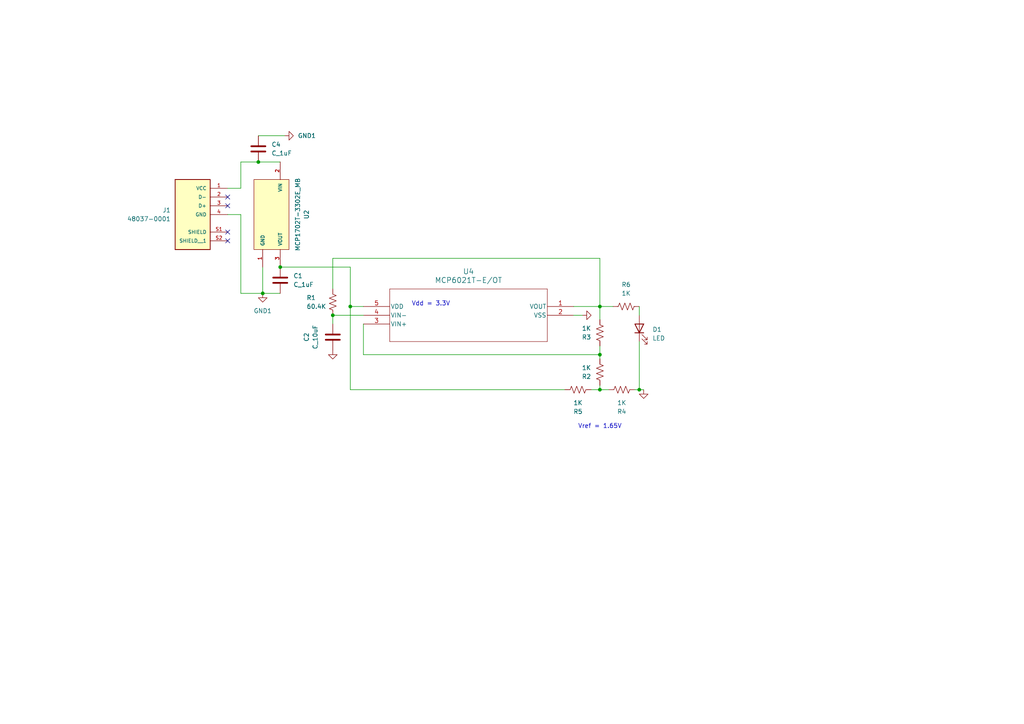
<source format=kicad_sch>
(kicad_sch (version 20230121) (generator eeschema)
  (paper "A4")
  (lib_symbols
    (symbol "Device:LED" (pin_numbers hide) (pin_names (offset 1.016) hide)
      (property "Reference" "D" (at 0 2.54 0))
      (property "Value" "LED" (at 0 -2.54 0))
      (symbol "LED_0_1"
        (polyline (pts (xy -1.27 -1.27) (xy -1.27 1.27)) (stroke (width 0.254)))
        (polyline (pts (xy -1.27 0) (xy 1.27 0)))
        (polyline (pts (xy 1.27 -1.27) (xy 1.27 1.27) (xy -1.27 0) (xy 1.27 -1.27)) (stroke (width 0.254)))
        (polyline (pts (xy -3.048 -0.762) (xy -4.572 -2.286) (xy -3.81 -2.286) (xy -4.572 -2.286) (xy -4.572 -1.524)))
        (polyline (pts (xy -1.778 -0.762) (xy -3.302 -2.286) (xy -2.54 -2.286) (xy -3.302 -2.286) (xy -3.302 -1.524)))
      )
      (symbol "LED_1_1"
        (pin passive line (at -3.81 0 0) (length 2.54) (name "K") (number "1"))
        (pin passive line (at 3.81 0 180) (length 2.54) (name "A") (number "2"))
      )
    )
    (symbol "Device:R_US" (pin_numbers hide) (pin_names (offset 0))
      (property "Reference" "R" (at 2.54 0 90))
      (property "Value" "R_US" (at -2.54 0 90))
      (symbol "R_US_0_1"
        (polyline (pts (xy 0 -2.286) (xy 0 -2.54)))
        (polyline (pts (xy 0 2.286) (xy 0 2.54)))
        (polyline (pts (xy 0 -0.762) (xy 1.016 -1.143) (xy 0 -1.524) (xy -1.016 -1.905) (xy 0 -2.286)))
        (polyline (pts (xy 0 0.762) (xy 1.016 0.381) (xy 0 0) (xy -1.016 -0.381) (xy 0 -0.762)))
        (polyline (pts (xy 0 2.286) (xy 1.016 1.905) (xy 0 1.524) (xy -1.016 1.143) (xy 0 0.762)))
      )
      (symbol "R_US_1_1"
        (pin passive line (at 0 3.81 270) (length 1.27) (name "~") (number "1"))
        (pin passive line (at 0 -3.81 90) (length 1.27) (name "~") (number "2"))
      )
    )
    (symbol "LDO_MCP1702T-3302E_MB:MCP1702T-3302E_MB" (pin_names (offset 1.016))
      (property "Reference" "U" (at -10.16 5.842 0))
      (property "Value" "MCP1702T-3302E_MB" (at -10.16 -7.62 0))
      (symbol "MCP1702T-3302E_MB_0_0"
        (rectangle (start -10.16 -5.08) (end 10.16 5.08) (stroke (width 0.1524)) (fill (type background)))
        (pin power_in line (at 15.24 -2.54 180) (length 5.08) (name "GND") (number "1"))
        (pin input line (at -15.24 2.54 0) (length 5.08) (name "VIN") (number "2"))
        (pin output line (at 15.24 2.54 180) (length 5.08) (name "VOUT") (number "3"))
      )
    )
    (symbol "formula:C_10uF" (pin_numbers hide) (pin_names (offset 0.254))
      (property "Reference" "C" (at 0.635 3.81 0))
      (property "Value" "C_10uF" (at 0.635 -1.27 0))
      (symbol "C_10uF_0_1"
        (polyline (pts (xy -2.032 0.508) (xy 2.032 0.508)) (stroke (width 0.508)))
        (polyline (pts (xy -2.032 2.032) (xy 2.032 2.032)) (stroke (width 0.508)))
      )
      (symbol "C_10uF_1_1"
        (pin passive line (at 0 5.08 270) (length 2.794) (name "~") (number "1"))
        (pin passive line (at 0 -2.54 90) (length 2.794) (name "~") (number "2"))
      )
    )
    (symbol "formula:C_1uF" (pin_numbers hide) (pin_names (offset 0.254))
      (property "Reference" "C" (at 0.635 3.81 0))
      (property "Value" "C_1uF" (at 0.635 -1.27 0))
      (symbol "C_1uF_0_1"
        (polyline (pts (xy -2.032 0.508) (xy 2.032 0.508)) (stroke (width 0.508)))
        (polyline (pts (xy -2.032 2.032) (xy 2.032 2.032)) (stroke (width 0.508)))
      )
      (symbol "C_1uF_1_1"
        (pin passive line (at 0 5.08 270) (length 2.794) (name "~") (number "1"))
        (pin passive line (at 0 -2.54 90) (length 2.794) (name "~") (number "2"))
      )
    )
    (symbol "opamp_2024-02-19_15-14-31:MCP6021T-E_OT" (pin_names (offset 0.254))
      (property "Reference" "U" (at 30.48 10.16 0))
      (property "Value" "MCP6021T-E/OT" (at 30.48 7.62 0))
      (symbol "MCP6021T-E_OT_0_1"
        (polyline (pts (xy 7.62 -10.16) (xy 53.34 -10.16)) (stroke (width 0.127)))
        (polyline (pts (xy 7.62 5.08) (xy 7.62 -10.16)) (stroke (width 0.127)))
        (polyline (pts (xy 53.34 -10.16) (xy 53.34 5.08)) (stroke (width 0.127)))
        (polyline (pts (xy 53.34 5.08) (xy 7.62 5.08)) (stroke (width 0.127)))
        (pin unspecified line (at 0 0 0) (length 7.62) (name "VOUT") (number "1"))
        (pin unspecified line (at 0 -2.54 0) (length 7.62) (name "VSS") (number "2"))
        (pin unspecified line (at 60.96 -5.08 180) (length 7.62) (name "VIN+") (number "3"))
        (pin unspecified line (at 60.96 -2.54 180) (length 7.62) (name "VIN-") (number "4"))
        (pin unspecified line (at 60.96 0 180) (length 7.62) (name "VDD") (number "5"))
      )
    )
    (symbol "power:GND1" (power) (pin_names (offset 0))
      (property "Value" "GND1" (at 0 -3.81 0))
      (symbol "GND1_0_1"
        (polyline (pts (xy 0 0) (xy 0 -1.27) (xy 1.27 -1.27) (xy 0 -2.54) (xy -1.27 -1.27) (xy 0 -1.27)))
      )
      (symbol "GND1_1_1"
        (pin power_in line (at 0 0 270) (length 0) hide (name "GND1") (number "1"))
      )
    )
    (symbol "usb_conn:48037-0001" (pin_names (offset 1.016))
      (property "Reference" "J" (at -5.08 8.89 0))
      (property "Value" "48037-0001" (at -5.08 -15.24 0))
      (symbol "48037-0001_0_0"
        (rectangle (start -5.08 -12.7) (end 5.08 7.62) (stroke (width 0.254)) (fill (type background)))
        (pin power_in line (at -10.16 5.08 0) (length 5.08) (name "VCC") (number "1"))
        (pin bidirectional line (at -10.16 2.54 0) (length 5.08) (name "D-") (number "2"))
        (pin bidirectional line (at -10.16 0 0) (length 5.08) (name "D+") (number "3"))
        (pin power_in line (at -10.16 -2.54 0) (length 5.08) (name "GND") (number "4"))
        (pin passive line (at -10.16 -7.62 0) (length 5.08) (name "SHIELD") (number "S1"))
        (pin passive line (at -10.16 -10.16 0) (length 5.08) (name "SHIELD__1") (number "S2"))
      )
    )
  )
  (junction (at 81.28 77.47))
  (junction (at 185.42 113.03))
  (junction (at 173.99 113.03))
  (junction (at 76.2 85.09))
  (junction (at 74.93 46.99))
  (junction (at 173.99 88.9))
  (junction (at 101.6 88.9))
  (junction (at 173.99 102.87))
  (junction (at 96.52 91.44))
  (no_connect (at 66.04 67.31))
  (no_connect (at 66.04 59.69))
  (no_connect (at 66.04 57.15))
  (no_connect (at 66.04 69.85))
  (wire (pts (xy 173.99 100.33) (xy 173.99 102.87)))
  (wire (pts (xy 173.99 88.9) (xy 177.8 88.9)))
  (wire (pts (xy 74.93 46.99) (xy 81.28 46.99)))
  (wire (pts (xy 74.93 39.37) (xy 82.55 39.37)))
  (wire (pts (xy 184.15 113.03) (xy 185.42 113.03)))
  (wire (pts (xy 96.52 91.44) (xy 96.52 93.98)))
  (wire (pts (xy 105.41 102.87) (xy 173.99 102.87)))
  (wire (pts (xy 173.99 88.9) (xy 173.99 92.71)))
  (wire (pts (xy 96.52 74.93) (xy 173.99 74.93)))
  (wire (pts (xy 173.99 113.03) (xy 171.45 113.03)))
  (wire (pts (xy 101.6 113.03) (xy 101.6 88.9)))
  (wire (pts (xy 176.53 113.03) (xy 173.99 113.03)))
  (wire (pts (xy 185.42 113.03) (xy 186.69 113.03)))
  (wire (pts (xy 173.99 74.93) (xy 173.99 88.9)))
  (wire (pts (xy 163.83 113.03) (xy 101.6 113.03)))
  (wire (pts (xy 81.28 77.47) (xy 101.6 77.47)))
  (wire (pts (xy 69.85 85.09) (xy 76.2 85.09)))
  (wire (pts (xy 66.04 62.23) (xy 69.85 62.23)))
  (wire (pts (xy 66.04 54.61) (xy 69.85 54.61)))
  (wire (pts (xy 101.6 88.9) (xy 105.41 88.9)))
  (wire (pts (xy 173.99 102.87) (xy 173.99 104.14)))
  (wire (pts (xy 166.37 91.44) (xy 168.91 91.44)))
  (wire (pts (xy 105.41 93.98) (xy 105.41 102.87)))
  (wire (pts (xy 101.6 77.47) (xy 101.6 88.9)))
  (wire (pts (xy 185.42 88.9) (xy 185.42 91.44)))
  (wire (pts (xy 166.37 88.9) (xy 173.99 88.9)))
  (wire (pts (xy 173.99 113.03) (xy 173.99 111.76)))
  (wire (pts (xy 96.52 74.93) (xy 96.52 83.82)))
  (wire (pts (xy 69.85 62.23) (xy 69.85 85.09)))
  (wire (pts (xy 69.85 54.61) (xy 69.85 46.99)))
  (wire (pts (xy 76.2 77.47) (xy 76.2 85.09)))
  (wire (pts (xy 185.42 99.06) (xy 185.42 113.03)))
  (wire (pts (xy 69.85 46.99) (xy 74.93 46.99)))
  (wire (pts (xy 76.2 85.09) (xy 81.28 85.09)))
  (wire (pts (xy 96.52 91.44) (xy 105.41 91.44)))
  (text "Vdd = 3.3V\n" (at 119.38 88.9 0) (effects (font (size 1.27 1.27)) (justify left bottom)))
  (text "Vref = 1.65V" (at 167.64 124.46 0) (effects (font (size 1.27 1.27)) (justify left bottom)))
  (symbol (lib_id "Device:R_US") (at 173.99 107.95 180) (unit 1)
    (property "Reference" "R2" (at 171.45 109.22 0) (effects (justify left)))
    (property "Value" "1K" (at 171.45 106.68 0) (effects (justify left)))
    (property "Footprint" "Resistor_SMD:R_0603_1608Metric" (effects hide))
  )
  (symbol (lib_id "Device:R_US") (at 167.64 113.03 90) (unit 1)
    (property "Reference" "R5" (at 167.64 119.38 90))
    (property "Value" "1K" (at 167.64 116.84 90))
    (property "Footprint" "Resistor_SMD:R_0603_1608Metric" (effects hide))
  )
  (symbol (lib_id "Device:R_US") (at 180.34 113.03 270) (unit 1)
    (property "Reference" "R4" (at 180.34 119.38 90))
    (property "Value" "1K" (at 180.34 116.84 90))
    (property "Footprint" "Resistor_SMD:R_0603_1608Metric" (effects hide))
  )
  (symbol (lib_id "Device:R_US") (at 96.52 87.63 0) (unit 1)
    (property "Reference" "R1" (at 88.9 86.36 0) (effects (justify left)))
    (property "Value" "60.4K" (at 88.9 88.9 0) (effects (justify left)))
    (property "Footprint" "Resistor_SMD:R_0603_1608Metric" (effects hide))
  )
  (symbol (lib_id "LDO_MCP1702T-3302E_MB:MCP1702T-3302E_MB") (at 78.74 62.23 270) (unit 1)
    (property "Reference" "U2" (at 88.9 62.23 0))
    (property "Value" "MCP1702T-3302E_MB" (at 86.36 62.23 0))
    (property "Footprint" "custom_library:MCP1702T" (effects hide))
    (property "PARTREV" "E" (effects hide))
    (property "STANDARD" "Manufacturer recommendations" (effects hide))
    (property "MAXIMUM_PACKAGE_HEIGHT" "1.6mm" (effects hide))
    (property "MANUFACTURER" "Microchip" (effects hide))
  )
  (symbol (lib_id "Device:LED") (at 185.42 95.25 90) (unit 1)
    (property "Reference" "D1" (at 189.23 95.5675 90) (effects (justify right)))
    (property "Value" "LED" (at 189.23 98.1075 90) (effects (justify right)))
    (property "Footprint" "LED_SMD:LED_0805_2012Metric" (effects hide))
  )
  (symbol (lib_id "power:GND1") (at 186.69 113.03 0) (unit 1)
    (property "Reference" "#PWR01" (effects hide))
    (property "Value" "GND1" (effects hide))
  )
  (symbol (lib_id "Device:R_US") (at 173.99 96.52 180) (unit 1)
    (property "Reference" "R3" (at 171.45 97.79 0) (effects (justify left)))
    (property "Value" "1K" (at 171.45 95.25 0) (effects (justify left)))
    (property "Footprint" "Resistor_SMD:R_0603_1608Metric" (effects hide))
  )
  (symbol (lib_id "power:GND1") (at 96.52 101.6 0) (unit 1)
    (property "Reference" "#PWR03" (effects hide))
    (property "Value" "GND1" (effects hide))
  )
  (symbol (lib_id "formula:C_1uF") (at 81.28 82.55 0) (unit 1)
    (property "Reference" "C1" (at 85.09 80.01 0) (effects (justify left)))
    (property "Value" "C_1uF" (at 85.09 82.55 0) (effects (justify left)))
    (property "Footprint" "footprints:C_0603_1608Metric" (effects hide))
    (property "Datasheet" "https://media.digikey.com/pdf/Data%20Sheets/Samsung%20PDFs/CL21B105KBFNNNG_Spec.pdf" (effects hide))
    (property "PurchasingLink" "https://www.digikey.com/en/products/detail/samsung-electro-mechanics/CL21B105KBFNNNG/3894467" (effects hide))
    (property "MFN" "DK" (effects hide))
    (property "MPN" "1276-6470-1-ND" (effects hide))
  )
  (symbol (lib_id "power:GND1") (at 82.55 39.37 90) (unit 1)
    (property "Reference" "#PWR05" (effects hide))
    (property "Value" "GND1" (at 86.36 39.37 90) (effects (justify right)))
  )
  (symbol (lib_id "power:GND1") (at 168.91 91.44 90) (unit 1)
    (property "Reference" "#PWR04" (effects hide))
    (property "Value" "GND1" (effects hide))
  )
  (symbol (lib_id "formula:C_10uF") (at 96.52 96.52 180) (unit 1)
    (property "Reference" "C2" (at 88.9 97.79 90))
    (property "Value" "C_10uF" (at 91.44 97.79 90))
    (property "Footprint" "footprints:C_0603_1608Metric" (effects hide))
    (property "Datasheet" "http://www.samsungsem.com/kr/support/product-search/mlcc/__icsFiles/afieldfile/2018/06/20/CL21A106KPFNNNE.pdf" (effects hide))
    (property "MFN" "DK" (effects hide))
    (property "MPN" "1276-1052-1-ND" (effects hide))
    (property "PurchasingLink" "https://www.digikey.com/product-detail/en/samsung-electro-mechanics/CL21A106KPFNNNE/1276-1052-1-ND/3889138" (effects hide))
  )
  (symbol (lib_id "power:GND1") (at 76.2 85.09 0) (unit 1)
    (property "Reference" "#PWR02" (effects hide))
    (property "Value" "GND1" (at 76.2 90.17 0))
  )
  (symbol (lib_id "opamp_2024-02-19_15-14-31:MCP6021T-E_OT") (at 166.37 88.9 0) (mirror y) (unit 1)
    (property "Reference" "U4" (at 135.89 78.74 0) (effects (font (size 1.524 1.524))))
    (property "Value" "MCP6021T-E/OT" (at 135.89 81.28 0) (effects (font (size 1.524 1.524))))
    (property "Footprint" "custom_library:MCP6021T" (effects hide))
    (property "Datasheet" "MCP6021T-E/OT" (effects hide))
  )
  (symbol (lib_id "formula:C_1uF") (at 74.93 41.91 180) (unit 1)
    (property "Reference" "C4" (at 78.74 41.91 0) (effects (justify right)))
    (property "Value" "C_1uF" (at 78.74 44.45 0) (effects (justify right)))
    (property "Footprint" "footprints:C_0603_1608Metric" (effects hide))
    (property "Datasheet" "https://media.digikey.com/pdf/Data%20Sheets/Samsung%20PDFs/CL21B105KBFNNNG_Spec.pdf" (effects hide))
    (property "PurchasingLink" "https://www.digikey.com/en/products/detail/samsung-electro-mechanics/CL21B105KBFNNNG/3894467" (effects hide))
    (property "MFN" "DK" (effects hide))
    (property "MPN" "1276-6470-1-ND" (effects hide))
  )
  (symbol (lib_id "usb_conn:48037-0001") (at 55.88 59.69 0) (mirror y) (unit 1)
    (property "Reference" "J1" (at 49.53 60.96 0) (effects (justify left)))
    (property "Value" "48037-0001" (at 49.53 63.5 0) (effects (justify left)))
    (property "Footprint" "custom_library:MOLEX_USB_conn" (effects hide))
    (property "PARTREV" "D" (effects hide))
    (property "STANDARD" "Manufacturer Recommendations" (effects hide))
    (property "MAXIMUM_PACKAGE_HEIGHT" "4.6mm" (effects hide))
    (property "MANUFACTURER" "Molex" (effects hide))
  )
  (symbol (lib_id "Device:R_US") (at 181.61 88.9 90) (unit 1)
    (property "Reference" "R6" (at 181.61 82.55 90))
    (property "Value" "1K" (at 181.61 85.09 90))
    (property "Footprint" "Resistor_SMD:R_0603_1608Metric" (effects hide))
  )
)
</source>
